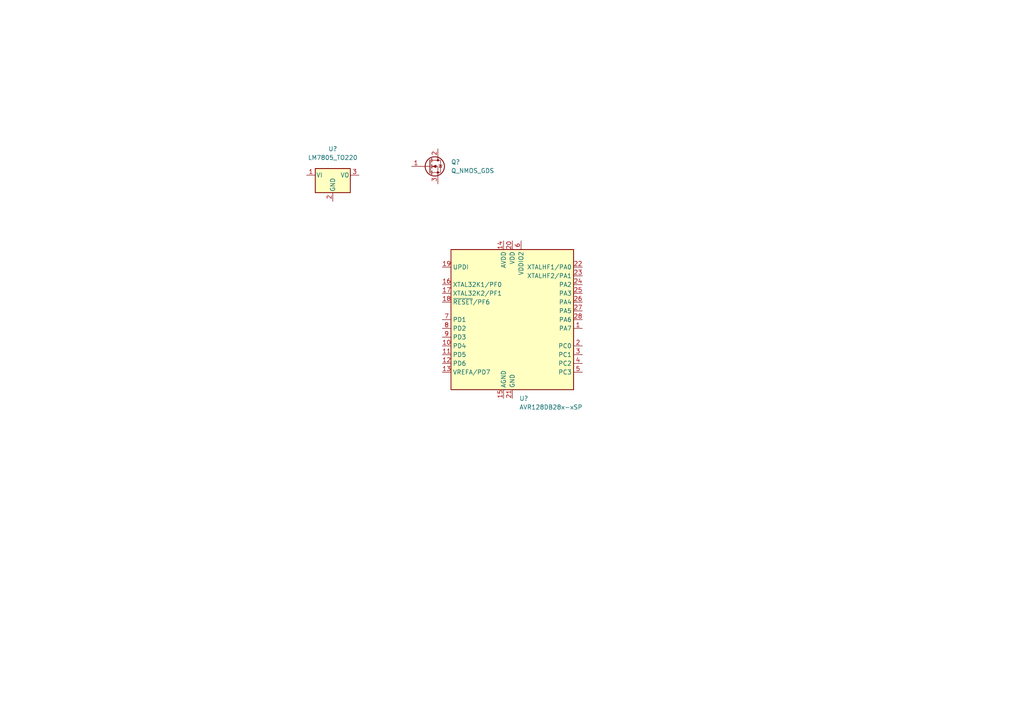
<source format=kicad_sch>
(kicad_sch (version 20211123) (generator eeschema)
  (paper "A4")
  (lib_symbols
    (symbol "Device:Q_NMOS_GDS" (pin_names (offset 0) hide)
      (property "Reference" "Q" (at 5.08 1.27 0))
      (property "Value" "Q_NMOS_GDS" (at 5.08 -1.27 0))
      (symbol "Q_NMOS_GDS_0_1"
        (polyline (pts (xy 0.254 0) (xy -2.54 0)))
        (polyline (pts (xy 0.254 1.905) (xy 0.254 -1.905)) (stroke (width 0.254)))
        (polyline (pts (xy 0.762 -1.27) (xy 0.762 -2.286)) (stroke (width 0.254)))
        (polyline (pts (xy 0.762 0.508) (xy 0.762 -0.508)) (stroke (width 0.254)))
        (polyline (pts (xy 0.762 2.286) (xy 0.762 1.27)) (stroke (width 0.254)))
        (polyline (pts (xy 2.54 2.54) (xy 2.54 1.778)))
        (polyline (pts (xy 2.54 -2.54) (xy 2.54 0) (xy 0.762 0)))
        (polyline (pts (xy 0.762 -1.778) (xy 3.302 -1.778) (xy 3.302 1.778) (xy 0.762 1.778)))
        (polyline (pts (xy 1.016 0) (xy 2.032 0.381) (xy 2.032 -0.381) (xy 1.016 0)) (fill (type outline)))
        (polyline (pts (xy 2.794 0.508) (xy 2.921 0.381) (xy 3.683 0.381) (xy 3.81 0.254)))
        (polyline (pts (xy 3.302 0.381) (xy 2.921 -0.254) (xy 3.683 -0.254) (xy 3.302 0.381)))
        (circle (center 1.651 0) (radius 2.794) (stroke (width 0.254)))
        (circle (center 2.54 -1.778) (radius 0.254) (fill (type outline)))
        (circle (center 2.54 1.778) (radius 0.254) (fill (type outline)))
      )
      (symbol "Q_NMOS_GDS_1_1"
        (pin input line (at -5.08 0 0) (length 2.54) (name "G") (number "1"))
        (pin passive line (at 2.54 5.08 270) (length 2.54) (name "D") (number "2"))
        (pin passive line (at 2.54 -5.08 90) (length 2.54) (name "S") (number "3"))
      )
    )
    (symbol "MCU_Microchip_AVR_Dx:AVR128DB28x-xSP"
      (property "Reference" "U" (at -17.78 21.59 0))
      (property "Value" "AVR128DB28x-xSP" (at 2.54 -21.59 0))
      (symbol "AVR128DB28x-xSP_0_1"
        (rectangle (start -17.78 20.32) (end 17.78 -20.32) (stroke (width 0.254)) (fill (type background)))
      )
      (symbol "AVR128DB28x-xSP_1_1"
        (pin bidirectional line (at 20.32 -2.54 180) (length 2.54) (name "PA7") (number "1"))
        (pin bidirectional line (at -20.32 -7.62 0) (length 2.54) (name "PD4") (number "10"))
        (pin bidirectional line (at -20.32 -10.16 0) (length 2.54) (name "PD5") (number "11"))
        (pin bidirectional line (at -20.32 -12.7 0) (length 2.54) (name "PD6") (number "12"))
        (pin bidirectional line (at -20.32 -15.24 0) (length 2.54) (name "VREFA/PD7") (number "13"))
        (pin power_in line (at -2.54 22.86 270) (length 2.54) (name "AVDD") (number "14"))
        (pin power_in line (at -2.54 -22.86 90) (length 2.54) (name "AGND") (number "15"))
        (pin bidirectional line (at -20.32 10.16 0) (length 2.54) (name "XTAL32K1/PF0") (number "16"))
        (pin bidirectional line (at -20.32 7.62 0) (length 2.54) (name "XTAL32K2/PF1") (number "17"))
        (pin bidirectional line (at -20.32 5.08 0) (length 2.54) (name "~{RESET}/PF6") (number "18"))
        (pin input line (at -20.32 15.24 0) (length 2.54) (name "UPDI") (number "19"))
        (pin bidirectional line (at 20.32 -7.62 180) (length 2.54) (name "PC0") (number "2"))
        (pin power_in line (at 0 22.86 270) (length 2.54) (name "VDD") (number "20"))
        (pin power_in line (at 0 -22.86 90) (length 2.54) (name "GND") (number "21"))
        (pin bidirectional line (at 20.32 15.24 180) (length 2.54) (name "XTALHF1/PA0") (number "22"))
        (pin bidirectional line (at 20.32 12.7 180) (length 2.54) (name "XTALHF2/PA1") (number "23"))
        (pin bidirectional line (at 20.32 10.16 180) (length 2.54) (name "PA2") (number "24"))
        (pin bidirectional line (at 20.32 7.62 180) (length 2.54) (name "PA3") (number "25"))
        (pin bidirectional line (at 20.32 5.08 180) (length 2.54) (name "PA4") (number "26"))
        (pin bidirectional line (at 20.32 2.54 180) (length 2.54) (name "PA5") (number "27"))
        (pin bidirectional line (at 20.32 0 180) (length 2.54) (name "PA6") (number "28"))
        (pin bidirectional line (at 20.32 -10.16 180) (length 2.54) (name "PC1") (number "3"))
        (pin bidirectional line (at 20.32 -12.7 180) (length 2.54) (name "PC2") (number "4"))
        (pin bidirectional line (at 20.32 -15.24 180) (length 2.54) (name "PC3") (number "5"))
        (pin power_in line (at 2.54 22.86 270) (length 2.54) (name "VDDIO2") (number "6"))
        (pin bidirectional line (at -20.32 0 0) (length 2.54) (name "PD1") (number "7"))
        (pin bidirectional line (at -20.32 -2.54 0) (length 2.54) (name "PD2") (number "8"))
        (pin bidirectional line (at -20.32 -5.08 0) (length 2.54) (name "PD3") (number "9"))
      )
    )
    (symbol "Regulator_Linear:LM7805_TO220" (pin_names (offset 0.254))
      (property "Reference" "U" (at -3.81 3.175 0))
      (property "Value" "LM7805_TO220" (at 0 3.175 0))
      (symbol "LM7805_TO220_0_1"
        (rectangle (start -5.08 1.905) (end 5.08 -5.08) (stroke (width 0.254)) (fill (type background)))
      )
      (symbol "LM7805_TO220_1_1"
        (pin power_in line (at -7.62 0 0) (length 2.54) (name "VI") (number "1"))
        (pin power_in line (at 0 -7.62 90) (length 2.54) (name "GND") (number "2"))
        (pin power_out line (at 7.62 0 180) (length 2.54) (name "VO") (number "3"))
      )
    )
  )
  (symbol (lib_id "MCU_Microchip_AVR_Dx:AVR128DB28x-xSP") (at 148.59 92.71 0) (unit 1)
    (property "Reference" "U?" (at 150.6094 115.57 0) (effects (justify left)))
    (property "Value" "AVR128DB28x-xSP" (at 150.6094 118.11 0) (effects (justify left)))
    (property "Footprint" "Package_DIP:DIP-28_W7.62mm" (effects hide))
    (property "Datasheet" "https://ww1.microchip.com/downloads/en/DeviceDoc/AVR128DB28-32-48-64-DataSheet-DS40002247A.pdf" (effects hide))
  )
  (symbol (lib_id "Device:Q_NMOS_GDS") (at 124.46 48.26 0) (unit 1)
    (property "Reference" "Q?" (at 130.81 46.9899 0) (effects (justify left)))
    (property "Value" "Q_NMOS_GDS" (at 130.81 49.5299 0) (effects (justify left)))
  )
  (symbol (lib_id "Regulator_Linear:LM7805_TO220") (at 96.52 50.8 0) (unit 1)
    (property "Reference" "U?" (at 96.52 43.18 0))
    (property "Value" "LM7805_TO220" (at 96.52 45.72 0))
    (property "Footprint" "Package_TO_SOT_THT:TO-220-3_Vertical" (effects hide))
    (property "Datasheet" "https://www.onsemi.cn/PowerSolutions/document/MC7800-D.PDF" (effects hide))
  )
)
</source>
